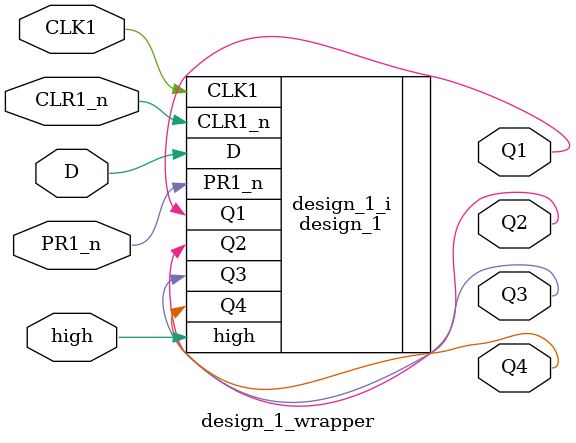
<source format=v>
`timescale 1 ps / 1 ps

module design_1_wrapper
   (CLK1,
    CLR1_n,
    D,
    PR1_n,
    Q1,
    Q2,
    Q3,
    Q4,
    high);
  input CLK1;
  input CLR1_n;
  input D;
  input PR1_n;
  output Q1;
  output Q2;
  output Q3;
  output Q4;
  input high;

  wire CLK1;
  wire CLR1_n;
  wire D;
  wire PR1_n;
  wire Q1;
  wire Q2;
  wire Q3;
  wire Q4;
  wire high;

  design_1 design_1_i
       (.CLK1(CLK1),
        .CLR1_n(CLR1_n),
        .D(D),
        .PR1_n(PR1_n),
        .Q1(Q1),
        .Q2(Q2),
        .Q3(Q3),
        .Q4(Q4),
        .high(high));
endmodule

</source>
